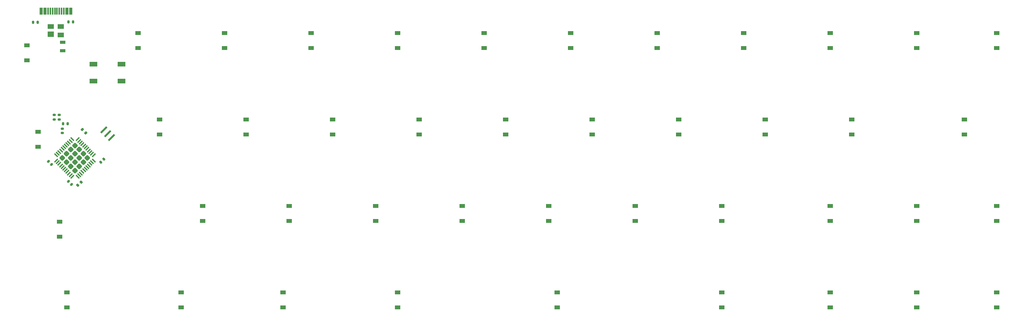
<source format=gbp>
%TF.GenerationSoftware,KiCad,Pcbnew,(5.99.0-10539-g7356f9568d)*%
%TF.CreationDate,2021-05-12T00:16:57+03:00*%
%TF.ProjectId,keyboard,6b657962-6f61-4726-942e-6b696361645f,rev?*%
%TF.SameCoordinates,Original*%
%TF.FileFunction,Paste,Bot*%
%TF.FilePolarity,Positive*%
%FSLAX46Y46*%
G04 Gerber Fmt 4.6, Leading zero omitted, Abs format (unit mm)*
G04 Created by KiCad (PCBNEW (5.99.0-10539-g7356f9568d)) date 2021-05-12 00:16:57*
%MOMM*%
%LPD*%
G01*
G04 APERTURE LIST*
G04 Aperture macros list*
%AMRoundRect*
0 Rectangle with rounded corners*
0 $1 Rounding radius*
0 $2 $3 $4 $5 $6 $7 $8 $9 X,Y pos of 4 corners*
0 Add a 4 corners polygon primitive as box body*
4,1,4,$2,$3,$4,$5,$6,$7,$8,$9,$2,$3,0*
0 Add four circle primitives for the rounded corners*
1,1,$1+$1,$2,$3*
1,1,$1+$1,$4,$5*
1,1,$1+$1,$6,$7*
1,1,$1+$1,$8,$9*
0 Add four rect primitives between the rounded corners*
20,1,$1+$1,$2,$3,$4,$5,0*
20,1,$1+$1,$4,$5,$6,$7,0*
20,1,$1+$1,$6,$7,$8,$9,0*
20,1,$1+$1,$8,$9,$2,$3,0*%
%AMRotRect*
0 Rectangle, with rotation*
0 The origin of the aperture is its center*
0 $1 length*
0 $2 width*
0 $3 Rotation angle, in degrees counterclockwise*
0 Add horizontal line*
21,1,$1,$2,0,0,$3*%
G04 Aperture macros list end*
%ADD10R,1.300000X0.700000*%
%ADD11RoundRect,0.050000X-0.150000X-0.725000X0.150000X-0.725000X0.150000X0.725000X-0.150000X0.725000X0*%
%ADD12RoundRect,0.050000X-0.300000X-0.725000X0.300000X-0.725000X0.300000X0.725000X-0.300000X0.725000X0*%
%ADD13RotRect,0.400000X1.900000X135.000000*%
%ADD14RoundRect,0.062500X-0.380070X0.291682X0.291682X-0.380070X0.380070X-0.291682X-0.291682X0.380070X0*%
%ADD15RoundRect,0.062500X-0.380070X-0.291682X-0.291682X-0.380070X0.380070X0.291682X0.291682X0.380070X0*%
%ADD16RoundRect,0.250000X-0.388909X0.000000X0.000000X-0.388909X0.388909X0.000000X0.000000X0.388909X0*%
%ADD17R,1.800000X1.100000*%
%ADD18RoundRect,0.135000X0.135000X0.185000X-0.135000X0.185000X-0.135000X-0.185000X0.135000X-0.185000X0*%
%ADD19RoundRect,0.135000X-0.135000X-0.185000X0.135000X-0.185000X0.135000X0.185000X-0.135000X0.185000X0*%
%ADD20RoundRect,0.135000X0.226274X0.035355X0.035355X0.226274X-0.226274X-0.035355X-0.035355X-0.226274X0*%
%ADD21RoundRect,0.135000X0.035355X-0.226274X0.226274X-0.035355X-0.035355X0.226274X-0.226274X0.035355X0*%
%ADD22RoundRect,0.135000X0.185000X-0.135000X0.185000X0.135000X-0.185000X0.135000X-0.185000X-0.135000X0*%
%ADD23RoundRect,0.135000X-0.185000X0.135000X-0.185000X-0.135000X0.185000X-0.135000X0.185000X0.135000X0*%
%ADD24R,1.400000X1.200000*%
%ADD25R,1.400000X1.000000*%
%ADD26RoundRect,0.140000X0.170000X-0.140000X0.170000X0.140000X-0.170000X0.140000X-0.170000X-0.140000X0*%
%ADD27RoundRect,0.140000X0.140000X0.170000X-0.140000X0.170000X-0.140000X-0.170000X0.140000X-0.170000X0*%
%ADD28RoundRect,0.140000X-0.219203X-0.021213X-0.021213X-0.219203X0.219203X0.021213X0.021213X0.219203X0*%
%ADD29RoundRect,0.140000X0.219203X0.021213X0.021213X0.219203X-0.219203X-0.021213X-0.021213X-0.219203X0*%
%ADD30RoundRect,0.140000X0.021213X-0.219203X0.219203X-0.021213X-0.021213X0.219203X-0.219203X0.021213X0*%
%ADD31R,1.200000X0.900000*%
G04 APERTURE END LIST*
D10*
X52270000Y-44040000D03*
X52270000Y-42140000D03*
D11*
X50550000Y-35282500D03*
X51050000Y-35282500D03*
X51550000Y-35282500D03*
X50050000Y-35282500D03*
X52050000Y-35282500D03*
X49550000Y-35282500D03*
X52550000Y-35282500D03*
X49050000Y-35282500D03*
D12*
X48350000Y-35282500D03*
X53250000Y-35282500D03*
X47575000Y-35282500D03*
X54025000Y-35282500D03*
D13*
X62998528Y-63118528D03*
X62150000Y-62270000D03*
X61301472Y-61421472D03*
D14*
X50850062Y-67055534D03*
X51203616Y-66701981D03*
X51557169Y-66348427D03*
X51910722Y-65994874D03*
X52264276Y-65641321D03*
X52617829Y-65287767D03*
X52971383Y-64934214D03*
X53324936Y-64580660D03*
X53678489Y-64227107D03*
X54032043Y-63873554D03*
X54385596Y-63520000D03*
D15*
X55570000Y-63520000D03*
X55923553Y-63873554D03*
X56277107Y-64227107D03*
X56630660Y-64580660D03*
X56984213Y-64934214D03*
X57337767Y-65287767D03*
X57691320Y-65641321D03*
X58044874Y-65994874D03*
X58398427Y-66348427D03*
X58751980Y-66701981D03*
X59105534Y-67055534D03*
D14*
X59105534Y-68239938D03*
X58751980Y-68593491D03*
X58398427Y-68947045D03*
X58044874Y-69300598D03*
X57691320Y-69654151D03*
X57337767Y-70007705D03*
X56984213Y-70361258D03*
X56630660Y-70714812D03*
X56277107Y-71068365D03*
X55923553Y-71421918D03*
X55570000Y-71775472D03*
D15*
X54385596Y-71775472D03*
X54032043Y-71421918D03*
X53678489Y-71068365D03*
X53324936Y-70714812D03*
X52971383Y-70361258D03*
X52617829Y-70007705D03*
X52264276Y-69654151D03*
X51910722Y-69300598D03*
X51557169Y-68947045D03*
X51203616Y-68593491D03*
X50850062Y-68239938D03*
D16*
X52220082Y-67647736D03*
X53139320Y-66728497D03*
X54058559Y-65809258D03*
X54977798Y-64890020D03*
X53139320Y-68566975D03*
X54058559Y-67647736D03*
X54977798Y-66728497D03*
X55897037Y-65809258D03*
X54058559Y-69486214D03*
X54977798Y-68566975D03*
X55897037Y-67647736D03*
X56816276Y-66728497D03*
X54977798Y-70405452D03*
X55897037Y-69486214D03*
X56816276Y-68566975D03*
X57735514Y-67647736D03*
D17*
X65260000Y-46980000D03*
X59060000Y-50680000D03*
X65260000Y-50680000D03*
X59060000Y-46980000D03*
D18*
X46790000Y-37710000D03*
X45770000Y-37710000D03*
D19*
X53580000Y-37690000D03*
X54600000Y-37690000D03*
D20*
X57340624Y-62130624D03*
X56619376Y-61409376D03*
D21*
X55599376Y-73660624D03*
X56320624Y-72939376D03*
D22*
X50450000Y-59150000D03*
X50450000Y-58130000D03*
D23*
X51540000Y-58130000D03*
X51540000Y-59150000D03*
D24*
X49690000Y-40360000D03*
D25*
X49690000Y-38640000D03*
X51890000Y-38640000D03*
X51890000Y-40540000D03*
D26*
X52230000Y-62120000D03*
X52230000Y-61160000D03*
D27*
X53360000Y-60110000D03*
X52400000Y-60110000D03*
D28*
X49130589Y-68420589D03*
X49809411Y-69099411D03*
D29*
X54189411Y-73479411D03*
X53510589Y-72800589D03*
D30*
X60700589Y-68529411D03*
X61379411Y-67850589D03*
D31*
X44450000Y-42800000D03*
X44450000Y-46100000D03*
X68850000Y-40125000D03*
X68850000Y-43425000D03*
X87900000Y-40125000D03*
X87900000Y-43425000D03*
X106950000Y-40125000D03*
X106950000Y-43425000D03*
X126000000Y-40125000D03*
X126000000Y-43425000D03*
X145050000Y-40125000D03*
X145050000Y-43425000D03*
X164100000Y-40125000D03*
X164100000Y-43425000D03*
X183150000Y-40125000D03*
X183150000Y-43425000D03*
X202200000Y-40125000D03*
X202200000Y-43425000D03*
X221250000Y-40125000D03*
X221250000Y-43425000D03*
X240300000Y-40125000D03*
X240300000Y-43425000D03*
X257968750Y-40125000D03*
X257968750Y-43425000D03*
X46831250Y-61850000D03*
X46831250Y-65150000D03*
X73612500Y-59175000D03*
X73612500Y-62475000D03*
X92662500Y-59175000D03*
X92662500Y-62475000D03*
X111712500Y-59175000D03*
X111712500Y-62475000D03*
X130762500Y-59175000D03*
X130762500Y-62475000D03*
X149812500Y-59175000D03*
X149812500Y-62475000D03*
X168862500Y-59175000D03*
X168862500Y-62475000D03*
X187912500Y-59175000D03*
X187912500Y-62475000D03*
X206962500Y-59175000D03*
X206962500Y-62475000D03*
X226012500Y-59175000D03*
X226012500Y-62475000D03*
X250825000Y-59175000D03*
X250825000Y-62475000D03*
X51593750Y-81693750D03*
X51593750Y-84993750D03*
X83137500Y-78225000D03*
X83137500Y-81525000D03*
X102187500Y-78225000D03*
X102187500Y-81525000D03*
X121237500Y-78225000D03*
X121237500Y-81525000D03*
X140287500Y-78225000D03*
X140287500Y-81525000D03*
X159337500Y-78225000D03*
X159337500Y-81525000D03*
X178387500Y-78225000D03*
X178387500Y-81525000D03*
X197437500Y-78225000D03*
X197437500Y-81525000D03*
X221250000Y-78225000D03*
X221250000Y-81525000D03*
X240300000Y-78225000D03*
X240300000Y-81525000D03*
X257968750Y-78225000D03*
X257968750Y-81525000D03*
X53181250Y-97275000D03*
X53181250Y-100575000D03*
X78375000Y-97275000D03*
X78375000Y-100575000D03*
X100806250Y-97275000D03*
X100806250Y-100575000D03*
X126000000Y-97275000D03*
X126000000Y-100575000D03*
X161150000Y-97240000D03*
X161150000Y-100540000D03*
X197437500Y-97275000D03*
X197437500Y-100575000D03*
X221250000Y-97275000D03*
X221250000Y-100575000D03*
X240300000Y-97275000D03*
X240300000Y-100575000D03*
X257968750Y-97275000D03*
X257968750Y-100575000D03*
M02*

</source>
